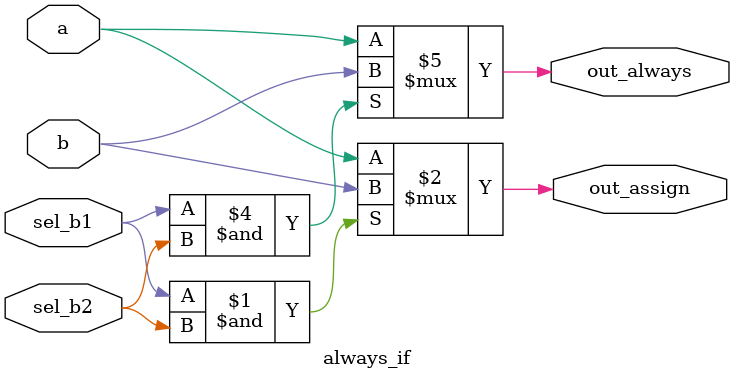
<source format=v>

module always_if (
  input a,
  input b,
  input sel_b1,
  input sel_b2,
  output out_assign,
  output reg out_always

);

  assign out_assign = (sel_b1 & sel_b2) ? b : a;
  always @(*) out_always = (sel_b1 & sel_b2) ? b : a;

endmodule




</source>
